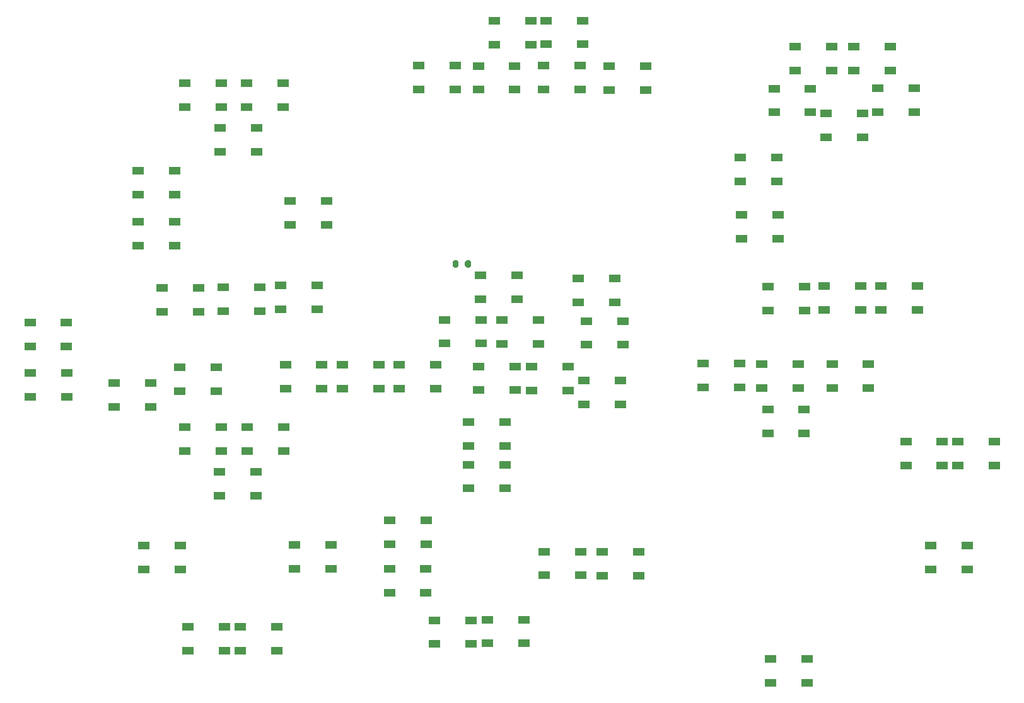
<source format=gbr>
%TF.GenerationSoftware,KiCad,Pcbnew,(5.1.6)-1*%
%TF.CreationDate,2020-11-25T20:53:45+11:00*%
%TF.ProjectId,ECS Panel PCB V1,45435320-5061-46e6-956c-205043422056,rev?*%
%TF.SameCoordinates,Original*%
%TF.FileFunction,Paste,Top*%
%TF.FilePolarity,Positive*%
%FSLAX46Y46*%
G04 Gerber Fmt 4.6, Leading zero omitted, Abs format (unit mm)*
G04 Created by KiCad (PCBNEW (5.1.6)-1) date 2020-11-25 20:53:45*
%MOMM*%
%LPD*%
G01*
G04 APERTURE LIST*
%ADD10R,1.500000X1.000000*%
G04 APERTURE END LIST*
%TO.C,R1*%
G36*
G01*
X81223800Y-100806840D02*
X81223800Y-101356840D01*
G75*
G02*
X81023800Y-101556840I-200000J0D01*
G01*
X80623800Y-101556840D01*
G75*
G02*
X80423800Y-101356840I0J200000D01*
G01*
X80423800Y-100806840D01*
G75*
G02*
X80623800Y-100606840I200000J0D01*
G01*
X81023800Y-100606840D01*
G75*
G02*
X81223800Y-100806840I0J-200000D01*
G01*
G37*
G36*
G01*
X82873800Y-100806840D02*
X82873800Y-101356840D01*
G75*
G02*
X82673800Y-101556840I-200000J0D01*
G01*
X82273800Y-101556840D01*
G75*
G02*
X82073800Y-101356840I0J200000D01*
G01*
X82073800Y-100806840D01*
G75*
G02*
X82273800Y-100606840I200000J0D01*
G01*
X82673800Y-100606840D01*
G75*
G02*
X82873800Y-100806840I0J-200000D01*
G01*
G37*
%TD*%
D10*
%TO.C,D64*%
X122721000Y-120676000D03*
X122721000Y-123876000D03*
X127621000Y-120676000D03*
X127621000Y-123876000D03*
%TD*%
%TO.C,D63*%
X141263000Y-124943000D03*
X141263000Y-128143000D03*
X146163000Y-124943000D03*
X146163000Y-128143000D03*
%TD*%
%TO.C,D62*%
X148223000Y-124968000D03*
X148223000Y-128168000D03*
X153123000Y-124968000D03*
X153123000Y-128168000D03*
%TD*%
%TO.C,D61*%
X144641000Y-138964000D03*
X144641000Y-142164000D03*
X149541000Y-138964000D03*
X149541000Y-142164000D03*
%TD*%
%TO.C,D60*%
X123128000Y-154153000D03*
X123128000Y-157353000D03*
X128028000Y-154153000D03*
X128028000Y-157353000D03*
%TD*%
%TO.C,D59*%
X100522000Y-139802000D03*
X100522000Y-143002000D03*
X105422000Y-139802000D03*
X105422000Y-143002000D03*
%TD*%
%TO.C,D58*%
X92673000Y-139751000D03*
X92673000Y-142951000D03*
X97573000Y-139751000D03*
X97573000Y-142951000D03*
%TD*%
%TO.C,D57*%
X85053000Y-148895000D03*
X85053000Y-152095000D03*
X89953000Y-148895000D03*
X89953000Y-152095000D03*
%TD*%
%TO.C,D56*%
X77991800Y-148971000D03*
X77991800Y-152171000D03*
X82891800Y-148971000D03*
X82891800Y-152171000D03*
%TD*%
%TO.C,D55*%
X71921200Y-142062000D03*
X71921200Y-145262000D03*
X76821200Y-142062000D03*
X76821200Y-145262000D03*
%TD*%
%TO.C,D54*%
X71972000Y-135560000D03*
X71972000Y-138760000D03*
X76872000Y-135560000D03*
X76872000Y-138760000D03*
%TD*%
%TO.C,D53*%
X82513000Y-128067000D03*
X82513000Y-131267000D03*
X87413000Y-128067000D03*
X87413000Y-131267000D03*
%TD*%
%TO.C,D52*%
X82538400Y-122377000D03*
X82538400Y-125577000D03*
X87438400Y-122377000D03*
X87438400Y-125577000D03*
%TD*%
%TO.C,D51*%
X38926600Y-138964000D03*
X38926600Y-142164000D03*
X43826600Y-138964000D03*
X43826600Y-142164000D03*
%TD*%
%TO.C,D50*%
X44884000Y-149860000D03*
X44884000Y-153060000D03*
X49784000Y-149860000D03*
X49784000Y-153060000D03*
%TD*%
%TO.C,D49*%
X51880600Y-149835000D03*
X51880600Y-153035000D03*
X56780600Y-149835000D03*
X56780600Y-153035000D03*
%TD*%
%TO.C,D48*%
X59195800Y-138837000D03*
X59195800Y-142037000D03*
X64095800Y-138837000D03*
X64095800Y-142037000D03*
%TD*%
%TO.C,D47*%
X49137400Y-129007000D03*
X49137400Y-132207000D03*
X54037400Y-129007000D03*
X54037400Y-132207000D03*
%TD*%
%TO.C,D46*%
X52820400Y-123012000D03*
X52820400Y-126212000D03*
X57720400Y-123012000D03*
X57720400Y-126212000D03*
%TD*%
%TO.C,D45*%
X44438400Y-123038000D03*
X44438400Y-126238000D03*
X49338400Y-123038000D03*
X49338400Y-126238000D03*
%TD*%
%TO.C,D44*%
X34989600Y-117120000D03*
X34989600Y-120320000D03*
X39889600Y-117120000D03*
X39889600Y-120320000D03*
%TD*%
%TO.C,D43*%
X43752600Y-115011000D03*
X43752600Y-118211000D03*
X48652600Y-115011000D03*
X48652600Y-118211000D03*
%TD*%
%TO.C,D42*%
X57951200Y-114656000D03*
X57951200Y-117856000D03*
X62851200Y-114656000D03*
X62851200Y-117856000D03*
%TD*%
%TO.C,D41*%
X65647400Y-114656000D03*
X65647400Y-117856000D03*
X70547400Y-114656000D03*
X70547400Y-117856000D03*
%TD*%
%TO.C,D40*%
X73216600Y-114656000D03*
X73216600Y-117856000D03*
X78116600Y-114656000D03*
X78116600Y-117856000D03*
%TD*%
%TO.C,D39*%
X79312600Y-108585000D03*
X79312600Y-111785000D03*
X84212600Y-108585000D03*
X84212600Y-111785000D03*
%TD*%
%TO.C,D38*%
X83935400Y-114859000D03*
X83935400Y-118059000D03*
X88835400Y-114859000D03*
X88835400Y-118059000D03*
%TD*%
%TO.C,D37*%
X91010400Y-114885000D03*
X91010400Y-118085000D03*
X95910400Y-114885000D03*
X95910400Y-118085000D03*
%TD*%
%TO.C,D36*%
X87034200Y-108661000D03*
X87034200Y-111861000D03*
X91934200Y-108661000D03*
X91934200Y-111861000D03*
%TD*%
%TO.C,D35*%
X84164000Y-102591000D03*
X84164000Y-105791000D03*
X89064000Y-102591000D03*
X89064000Y-105791000D03*
%TD*%
%TO.C,D34*%
X97295800Y-103073000D03*
X97295800Y-106273000D03*
X102195800Y-103073000D03*
X102195800Y-106273000D03*
%TD*%
%TO.C,D33*%
X98388000Y-108763000D03*
X98388000Y-111963000D03*
X103288000Y-108763000D03*
X103288000Y-111963000D03*
%TD*%
%TO.C,D32*%
X98021000Y-116789000D03*
X98021000Y-119989000D03*
X102921000Y-116789000D03*
X102921000Y-119989000D03*
%TD*%
%TO.C,D31*%
X114034000Y-114503000D03*
X114034000Y-117703000D03*
X118934000Y-114503000D03*
X118934000Y-117703000D03*
%TD*%
%TO.C,D30*%
X121934000Y-114529000D03*
X121934000Y-117729000D03*
X126834000Y-114529000D03*
X126834000Y-117729000D03*
%TD*%
%TO.C,D29*%
X131357000Y-114529000D03*
X131357000Y-117729000D03*
X136257000Y-114529000D03*
X136257000Y-117729000D03*
%TD*%
%TO.C,D28*%
X137885000Y-104039000D03*
X137885000Y-107239000D03*
X142785000Y-104039000D03*
X142785000Y-107239000D03*
%TD*%
%TO.C,D27*%
X130316000Y-104064000D03*
X130316000Y-107264000D03*
X135216000Y-104064000D03*
X135216000Y-107264000D03*
%TD*%
%TO.C,D26*%
X122797000Y-104115000D03*
X122797000Y-107315000D03*
X127697000Y-104115000D03*
X127697000Y-107315000D03*
%TD*%
%TO.C,D25*%
X119241000Y-94488200D03*
X119241000Y-97688200D03*
X124141000Y-94488200D03*
X124141000Y-97688200D03*
%TD*%
%TO.C,D24*%
X119064000Y-86792000D03*
X119064000Y-89992000D03*
X123964000Y-86792000D03*
X123964000Y-89992000D03*
%TD*%
%TO.C,D23*%
X130558000Y-80874000D03*
X130558000Y-84074000D03*
X135458000Y-80874000D03*
X135458000Y-84074000D03*
%TD*%
%TO.C,D22*%
X137529000Y-77470200D03*
X137529000Y-80670200D03*
X142429000Y-77470200D03*
X142429000Y-80670200D03*
%TD*%
%TO.C,D21*%
X134253000Y-71882200D03*
X134253000Y-75082200D03*
X139153000Y-71882200D03*
X139153000Y-75082200D03*
%TD*%
%TO.C,D20*%
X126379000Y-71882200D03*
X126379000Y-75082200D03*
X131279000Y-71882200D03*
X131279000Y-75082200D03*
%TD*%
%TO.C,D19*%
X123573000Y-77521200D03*
X123573000Y-80721200D03*
X128473000Y-77521200D03*
X128473000Y-80721200D03*
%TD*%
%TO.C,D18*%
X101411000Y-74523800D03*
X101411000Y-77723800D03*
X106311000Y-74523800D03*
X106311000Y-77723800D03*
%TD*%
%TO.C,D17*%
X92596800Y-74447600D03*
X92596800Y-77647600D03*
X97496800Y-74447600D03*
X97496800Y-77647600D03*
%TD*%
%TO.C,D16*%
X92966200Y-68377200D03*
X92966200Y-71577200D03*
X97866200Y-68377200D03*
X97866200Y-71577200D03*
%TD*%
%TO.C,D15*%
X86004400Y-68428000D03*
X86004400Y-71628000D03*
X90904400Y-68428000D03*
X90904400Y-71628000D03*
%TD*%
%TO.C,D14*%
X83859200Y-74473000D03*
X83859200Y-77673000D03*
X88759200Y-74473000D03*
X88759200Y-77673000D03*
%TD*%
%TO.C,D13*%
X75883600Y-74447600D03*
X75883600Y-77647600D03*
X80783600Y-74447600D03*
X80783600Y-77647600D03*
%TD*%
%TO.C,D12*%
X41365000Y-104318000D03*
X41365000Y-107518000D03*
X46265000Y-104318000D03*
X46265000Y-107518000D03*
%TD*%
%TO.C,D11*%
X49620000Y-104216000D03*
X49620000Y-107416000D03*
X54520000Y-104216000D03*
X54520000Y-107416000D03*
%TD*%
%TO.C,D10*%
X57341600Y-103988000D03*
X57341600Y-107188000D03*
X62241600Y-103988000D03*
X62241600Y-107188000D03*
%TD*%
%TO.C,D9*%
X58586200Y-92659400D03*
X58586200Y-95859400D03*
X63486200Y-92659400D03*
X63486200Y-95859400D03*
%TD*%
%TO.C,D8*%
X49213600Y-82804200D03*
X49213600Y-86004200D03*
X54113600Y-82804200D03*
X54113600Y-86004200D03*
%TD*%
%TO.C,D7*%
X52718800Y-76809800D03*
X52718800Y-80009800D03*
X57618800Y-76809800D03*
X57618800Y-80009800D03*
%TD*%
%TO.C,D6*%
X44413000Y-76809800D03*
X44413000Y-80009800D03*
X49313000Y-76809800D03*
X49313000Y-80009800D03*
%TD*%
%TO.C,D5*%
X38190000Y-88570000D03*
X38190000Y-91770000D03*
X43090000Y-88570000D03*
X43090000Y-91770000D03*
%TD*%
%TO.C,D4*%
X38164600Y-95428000D03*
X38164600Y-98628000D03*
X43064600Y-95428000D03*
X43064600Y-98628000D03*
%TD*%
%TO.C,D3*%
X23661200Y-108992000D03*
X23661200Y-112192000D03*
X28561200Y-108992000D03*
X28561200Y-112192000D03*
%TD*%
%TO.C,D2*%
X23712000Y-115748000D03*
X23712000Y-118948000D03*
X28612000Y-115748000D03*
X28612000Y-118948000D03*
%TD*%
M02*

</source>
